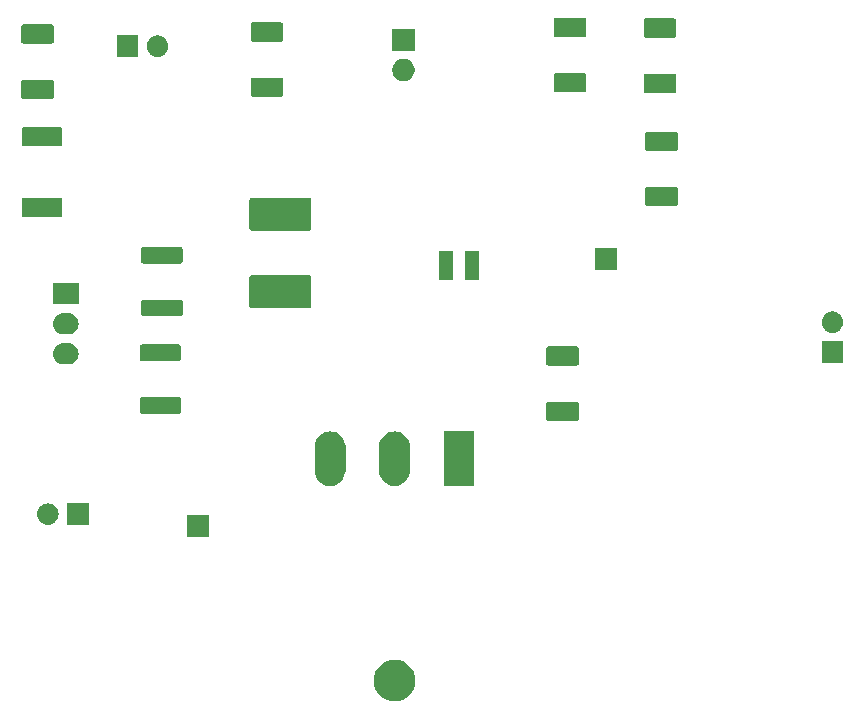
<source format=gbr>
G04 #@! TF.GenerationSoftware,KiCad,Pcbnew,(5.0.1-3-g963ef8bb5)*
G04 #@! TF.CreationDate,2019-04-17T19:13:41-07:00*
G04 #@! TF.ProjectId,wireless_proj,776972656C6573735F70726F6A2E6B69,rev?*
G04 #@! TF.SameCoordinates,Original*
G04 #@! TF.FileFunction,Soldermask,Top*
G04 #@! TF.FilePolarity,Negative*
%FSLAX46Y46*%
G04 Gerber Fmt 4.6, Leading zero omitted, Abs format (unit mm)*
G04 Created by KiCad (PCBNEW (5.0.1-3-g963ef8bb5)) date 2019 April 17, Wednesday 19:13:41*
%MOMM*%
%LPD*%
G01*
G04 APERTURE LIST*
%ADD10C,0.100000*%
G04 APERTURE END LIST*
D10*
G36*
X133323252Y-120833335D02*
X133323255Y-120833336D01*
X133323256Y-120833336D01*
X133653321Y-120933460D01*
X133957510Y-121096052D01*
X134224135Y-121314865D01*
X134442948Y-121581490D01*
X134594317Y-121864682D01*
X134605539Y-121885677D01*
X134705665Y-122215748D01*
X134739472Y-122559000D01*
X134705665Y-122902252D01*
X134705664Y-122902255D01*
X134705664Y-122902256D01*
X134605540Y-123232321D01*
X134442948Y-123536510D01*
X134224135Y-123803135D01*
X133957510Y-124021948D01*
X133653321Y-124184540D01*
X133323256Y-124284664D01*
X133323255Y-124284664D01*
X133323252Y-124284665D01*
X133066021Y-124310000D01*
X132893979Y-124310000D01*
X132636748Y-124284665D01*
X132636745Y-124284664D01*
X132636744Y-124284664D01*
X132306679Y-124184540D01*
X132002490Y-124021948D01*
X131735865Y-123803135D01*
X131517052Y-123536510D01*
X131354460Y-123232321D01*
X131254336Y-122902256D01*
X131254336Y-122902255D01*
X131254335Y-122902252D01*
X131220528Y-122559000D01*
X131254335Y-122215748D01*
X131354461Y-121885677D01*
X131365683Y-121864682D01*
X131517052Y-121581490D01*
X131735865Y-121314865D01*
X132002490Y-121096052D01*
X132306679Y-120933460D01*
X132636744Y-120833336D01*
X132636745Y-120833336D01*
X132636748Y-120833335D01*
X132893979Y-120808000D01*
X133066021Y-120808000D01*
X133323252Y-120833335D01*
X133323252Y-120833335D01*
G37*
G36*
X117233000Y-110375000D02*
X115431000Y-110375000D01*
X115431000Y-108573000D01*
X117233000Y-108573000D01*
X117233000Y-110375000D01*
X117233000Y-110375000D01*
G37*
G36*
X107073000Y-109359000D02*
X105271000Y-109359000D01*
X105271000Y-107557000D01*
X107073000Y-107557000D01*
X107073000Y-109359000D01*
X107073000Y-109359000D01*
G37*
G36*
X103742443Y-107563519D02*
X103808627Y-107570037D01*
X103921853Y-107604384D01*
X103978467Y-107621557D01*
X104117087Y-107695652D01*
X104134991Y-107705222D01*
X104170729Y-107734552D01*
X104272186Y-107817814D01*
X104355448Y-107919271D01*
X104384778Y-107955009D01*
X104384779Y-107955011D01*
X104468443Y-108111533D01*
X104468443Y-108111534D01*
X104519963Y-108281373D01*
X104537359Y-108458000D01*
X104519963Y-108634627D01*
X104485616Y-108747853D01*
X104468443Y-108804467D01*
X104394348Y-108943087D01*
X104384778Y-108960991D01*
X104355448Y-108996729D01*
X104272186Y-109098186D01*
X104170729Y-109181448D01*
X104134991Y-109210778D01*
X104134989Y-109210779D01*
X103978467Y-109294443D01*
X103921853Y-109311616D01*
X103808627Y-109345963D01*
X103742443Y-109352481D01*
X103676260Y-109359000D01*
X103587740Y-109359000D01*
X103521557Y-109352481D01*
X103455373Y-109345963D01*
X103342147Y-109311616D01*
X103285533Y-109294443D01*
X103129011Y-109210779D01*
X103129009Y-109210778D01*
X103093271Y-109181448D01*
X102991814Y-109098186D01*
X102908552Y-108996729D01*
X102879222Y-108960991D01*
X102869652Y-108943087D01*
X102795557Y-108804467D01*
X102778384Y-108747853D01*
X102744037Y-108634627D01*
X102726641Y-108458000D01*
X102744037Y-108281373D01*
X102795557Y-108111534D01*
X102795557Y-108111533D01*
X102879221Y-107955011D01*
X102879222Y-107955009D01*
X102908552Y-107919271D01*
X102991814Y-107817814D01*
X103093271Y-107734552D01*
X103129009Y-107705222D01*
X103146913Y-107695652D01*
X103285533Y-107621557D01*
X103342147Y-107604384D01*
X103455373Y-107570037D01*
X103521557Y-107563519D01*
X103587740Y-107557000D01*
X103676260Y-107557000D01*
X103742443Y-107563519D01*
X103742443Y-107563519D01*
G37*
G36*
X127785040Y-101476825D02*
X128030280Y-101551218D01*
X128030282Y-101551219D01*
X128256296Y-101672026D01*
X128454397Y-101834603D01*
X128616974Y-102032704D01*
X128616975Y-102032706D01*
X128737782Y-102258720D01*
X128812175Y-102503960D01*
X128831000Y-102695095D01*
X128831000Y-104822905D01*
X128812175Y-105014040D01*
X128737782Y-105259280D01*
X128616976Y-105485293D01*
X128616974Y-105485295D01*
X128454396Y-105683397D01*
X128256295Y-105845974D01*
X128256293Y-105845975D01*
X128030279Y-105966782D01*
X127785039Y-106041175D01*
X127530000Y-106066294D01*
X127274960Y-106041175D01*
X127029720Y-105966782D01*
X126803706Y-105845975D01*
X126768182Y-105816821D01*
X126605603Y-105683396D01*
X126443026Y-105485295D01*
X126322219Y-105259281D01*
X126322218Y-105259279D01*
X126247825Y-105014039D01*
X126229000Y-104822904D01*
X126229001Y-102695095D01*
X126247826Y-102503960D01*
X126322219Y-102258720D01*
X126443026Y-102032706D01*
X126443027Y-102032704D01*
X126605604Y-101834603D01*
X126803705Y-101672026D01*
X127029719Y-101551219D01*
X127029721Y-101551218D01*
X127274961Y-101476825D01*
X127530000Y-101451706D01*
X127785040Y-101476825D01*
X127785040Y-101476825D01*
G37*
G36*
X133235040Y-101476825D02*
X133480280Y-101551218D01*
X133480282Y-101551219D01*
X133706296Y-101672026D01*
X133904397Y-101834603D01*
X134066974Y-102032704D01*
X134066975Y-102032706D01*
X134187782Y-102258720D01*
X134262175Y-102503960D01*
X134281000Y-102695095D01*
X134281000Y-104822905D01*
X134262175Y-105014040D01*
X134187782Y-105259280D01*
X134066976Y-105485293D01*
X134066974Y-105485295D01*
X133904396Y-105683397D01*
X133706295Y-105845974D01*
X133706293Y-105845975D01*
X133480279Y-105966782D01*
X133235039Y-106041175D01*
X132980000Y-106066294D01*
X132724960Y-106041175D01*
X132479720Y-105966782D01*
X132253706Y-105845975D01*
X132218182Y-105816821D01*
X132055603Y-105683396D01*
X131893026Y-105485295D01*
X131772219Y-105259281D01*
X131772218Y-105259279D01*
X131697825Y-105014039D01*
X131679000Y-104822904D01*
X131679001Y-102695095D01*
X131697826Y-102503960D01*
X131772219Y-102258720D01*
X131893026Y-102032706D01*
X131893027Y-102032704D01*
X132055604Y-101834603D01*
X132253705Y-101672026D01*
X132479719Y-101551219D01*
X132479721Y-101551218D01*
X132724961Y-101476825D01*
X132980000Y-101451706D01*
X133235040Y-101476825D01*
X133235040Y-101476825D01*
G37*
G36*
X139731000Y-106060000D02*
X137129000Y-106060000D01*
X137129000Y-101458000D01*
X139731000Y-101458000D01*
X139731000Y-106060000D01*
X139731000Y-106060000D01*
G37*
G36*
X148421821Y-98937103D02*
X148455982Y-98947466D01*
X148487464Y-98964293D01*
X148515060Y-98986940D01*
X148537707Y-99014536D01*
X148554534Y-99046018D01*
X148564897Y-99080179D01*
X148569000Y-99121842D01*
X148569000Y-100371158D01*
X148564897Y-100412821D01*
X148554534Y-100446982D01*
X148537707Y-100478464D01*
X148515060Y-100506060D01*
X148487464Y-100528707D01*
X148455982Y-100545534D01*
X148421821Y-100555897D01*
X148380158Y-100560000D01*
X146005842Y-100560000D01*
X145964179Y-100555897D01*
X145930018Y-100545534D01*
X145898536Y-100528707D01*
X145870940Y-100506060D01*
X145848293Y-100478464D01*
X145831466Y-100446982D01*
X145821103Y-100412821D01*
X145817000Y-100371158D01*
X145817000Y-99121842D01*
X145821103Y-99080179D01*
X145831466Y-99046018D01*
X145848293Y-99014536D01*
X145870940Y-98986940D01*
X145898536Y-98964293D01*
X145930018Y-98947466D01*
X145964179Y-98937103D01*
X146005842Y-98933000D01*
X148380158Y-98933000D01*
X148421821Y-98937103D01*
X148421821Y-98937103D01*
G37*
G36*
X114752782Y-98556295D02*
X114788815Y-98567226D01*
X114822028Y-98584979D01*
X114851134Y-98608866D01*
X114875021Y-98637972D01*
X114892774Y-98671185D01*
X114903705Y-98707218D01*
X114908000Y-98750830D01*
X114908000Y-99755170D01*
X114903705Y-99798782D01*
X114892774Y-99834815D01*
X114875021Y-99868028D01*
X114851134Y-99897134D01*
X114822028Y-99921021D01*
X114788815Y-99938774D01*
X114752782Y-99949705D01*
X114709170Y-99954000D01*
X111604830Y-99954000D01*
X111561218Y-99949705D01*
X111525185Y-99938774D01*
X111491972Y-99921021D01*
X111462866Y-99897134D01*
X111438979Y-99868028D01*
X111421226Y-99834815D01*
X111410295Y-99798782D01*
X111406000Y-99755170D01*
X111406000Y-98750830D01*
X111410295Y-98707218D01*
X111421226Y-98671185D01*
X111438979Y-98637972D01*
X111462866Y-98608866D01*
X111491972Y-98584979D01*
X111525185Y-98567226D01*
X111561218Y-98556295D01*
X111604830Y-98552000D01*
X114709170Y-98552000D01*
X114752782Y-98556295D01*
X114752782Y-98556295D01*
G37*
G36*
X148421821Y-94262103D02*
X148455982Y-94272466D01*
X148487464Y-94289293D01*
X148515060Y-94311940D01*
X148537707Y-94339536D01*
X148554534Y-94371018D01*
X148564897Y-94405179D01*
X148569000Y-94446842D01*
X148569000Y-95696158D01*
X148564897Y-95737821D01*
X148554534Y-95771982D01*
X148537707Y-95803464D01*
X148515060Y-95831060D01*
X148487464Y-95853707D01*
X148455982Y-95870534D01*
X148421821Y-95880897D01*
X148380158Y-95885000D01*
X146005842Y-95885000D01*
X145964179Y-95880897D01*
X145930018Y-95870534D01*
X145898536Y-95853707D01*
X145870940Y-95831060D01*
X145848293Y-95803464D01*
X145831466Y-95771982D01*
X145821103Y-95737821D01*
X145817000Y-95696158D01*
X145817000Y-94446842D01*
X145821103Y-94405179D01*
X145831466Y-94371018D01*
X145848293Y-94339536D01*
X145870940Y-94311940D01*
X145898536Y-94289293D01*
X145930018Y-94272466D01*
X145964179Y-94262103D01*
X146005842Y-94258000D01*
X148380158Y-94258000D01*
X148421821Y-94262103D01*
X148421821Y-94262103D01*
G37*
G36*
X105451925Y-93962940D02*
X105485569Y-93966254D01*
X105571900Y-93992443D01*
X105658234Y-94018632D01*
X105817365Y-94103689D01*
X105956844Y-94218156D01*
X106071311Y-94357635D01*
X106156368Y-94516766D01*
X106182557Y-94603100D01*
X106208746Y-94689431D01*
X106208746Y-94689433D01*
X106226432Y-94869000D01*
X106211656Y-95019018D01*
X106208746Y-95048569D01*
X106182557Y-95134901D01*
X106156368Y-95221234D01*
X106071311Y-95380365D01*
X105956844Y-95519844D01*
X105817365Y-95634311D01*
X105658234Y-95719368D01*
X105571901Y-95745557D01*
X105485569Y-95771746D01*
X105451925Y-95775059D01*
X105350998Y-95785000D01*
X104961002Y-95785000D01*
X104860075Y-95775059D01*
X104826431Y-95771746D01*
X104740099Y-95745557D01*
X104653766Y-95719368D01*
X104494635Y-95634311D01*
X104355156Y-95519844D01*
X104240689Y-95380365D01*
X104155632Y-95221234D01*
X104129443Y-95134901D01*
X104103254Y-95048569D01*
X104100344Y-95019018D01*
X104085568Y-94869000D01*
X104103254Y-94689433D01*
X104103254Y-94689431D01*
X104129443Y-94603100D01*
X104155632Y-94516766D01*
X104240689Y-94357635D01*
X104355156Y-94218156D01*
X104494635Y-94103689D01*
X104653766Y-94018632D01*
X104740100Y-93992443D01*
X104826431Y-93966254D01*
X104860075Y-93962940D01*
X104961002Y-93953000D01*
X105350998Y-93953000D01*
X105451925Y-93962940D01*
X105451925Y-93962940D01*
G37*
G36*
X170954000Y-95643000D02*
X169152000Y-95643000D01*
X169152000Y-93841000D01*
X170954000Y-93841000D01*
X170954000Y-95643000D01*
X170954000Y-95643000D01*
G37*
G36*
X114752782Y-94106295D02*
X114788815Y-94117226D01*
X114822028Y-94134979D01*
X114851134Y-94158866D01*
X114875021Y-94187972D01*
X114892774Y-94221185D01*
X114903705Y-94257218D01*
X114908000Y-94300830D01*
X114908000Y-95305170D01*
X114903705Y-95348782D01*
X114892774Y-95384815D01*
X114875021Y-95418028D01*
X114851134Y-95447134D01*
X114822028Y-95471021D01*
X114788815Y-95488774D01*
X114752782Y-95499705D01*
X114709170Y-95504000D01*
X111604830Y-95504000D01*
X111561218Y-95499705D01*
X111525185Y-95488774D01*
X111491972Y-95471021D01*
X111462866Y-95447134D01*
X111438979Y-95418028D01*
X111421226Y-95384815D01*
X111410295Y-95348782D01*
X111406000Y-95305170D01*
X111406000Y-94300830D01*
X111410295Y-94257218D01*
X111421226Y-94221185D01*
X111438979Y-94187972D01*
X111462866Y-94158866D01*
X111491972Y-94134979D01*
X111525185Y-94117226D01*
X111561218Y-94106295D01*
X111604830Y-94102000D01*
X114709170Y-94102000D01*
X114752782Y-94106295D01*
X114752782Y-94106295D01*
G37*
G36*
X105451925Y-91422940D02*
X105485569Y-91426254D01*
X105571901Y-91452443D01*
X105658234Y-91478632D01*
X105817365Y-91563689D01*
X105956844Y-91678156D01*
X106071311Y-91817635D01*
X106156368Y-91976766D01*
X106171113Y-92025373D01*
X106208746Y-92149431D01*
X106208746Y-92149433D01*
X106226432Y-92329000D01*
X106211656Y-92479018D01*
X106208746Y-92508569D01*
X106182557Y-92594900D01*
X106156368Y-92681234D01*
X106071311Y-92840365D01*
X105956844Y-92979844D01*
X105817365Y-93094311D01*
X105658234Y-93179368D01*
X105571901Y-93205557D01*
X105485569Y-93231746D01*
X105451925Y-93235059D01*
X105350998Y-93245000D01*
X104961002Y-93245000D01*
X104860075Y-93235059D01*
X104826431Y-93231746D01*
X104740099Y-93205557D01*
X104653766Y-93179368D01*
X104494635Y-93094311D01*
X104355156Y-92979844D01*
X104240689Y-92840365D01*
X104155632Y-92681234D01*
X104129443Y-92594900D01*
X104103254Y-92508569D01*
X104100344Y-92479018D01*
X104085568Y-92329000D01*
X104103254Y-92149433D01*
X104103254Y-92149431D01*
X104140887Y-92025373D01*
X104155632Y-91976766D01*
X104240689Y-91817635D01*
X104355156Y-91678156D01*
X104494635Y-91563689D01*
X104653766Y-91478632D01*
X104740099Y-91452443D01*
X104826431Y-91426254D01*
X104860075Y-91422940D01*
X104961002Y-91413000D01*
X105350998Y-91413000D01*
X105451925Y-91422940D01*
X105451925Y-91422940D01*
G37*
G36*
X170163443Y-91307519D02*
X170229627Y-91314037D01*
X170342853Y-91348384D01*
X170399467Y-91365557D01*
X170488225Y-91413000D01*
X170555991Y-91449222D01*
X170591729Y-91478552D01*
X170693186Y-91561814D01*
X170776448Y-91663271D01*
X170805778Y-91699009D01*
X170805779Y-91699011D01*
X170889443Y-91855533D01*
X170889443Y-91855534D01*
X170940963Y-92025373D01*
X170958359Y-92202000D01*
X170940963Y-92378627D01*
X170906616Y-92491853D01*
X170889443Y-92548467D01*
X170815348Y-92687087D01*
X170805778Y-92704991D01*
X170776448Y-92740729D01*
X170693186Y-92842186D01*
X170591729Y-92925448D01*
X170555991Y-92954778D01*
X170555989Y-92954779D01*
X170399467Y-93038443D01*
X170342853Y-93055616D01*
X170229627Y-93089963D01*
X170185480Y-93094311D01*
X170097260Y-93103000D01*
X170008740Y-93103000D01*
X169920520Y-93094311D01*
X169876373Y-93089963D01*
X169763147Y-93055616D01*
X169706533Y-93038443D01*
X169550011Y-92954779D01*
X169550009Y-92954778D01*
X169514271Y-92925448D01*
X169412814Y-92842186D01*
X169329552Y-92740729D01*
X169300222Y-92704991D01*
X169290652Y-92687087D01*
X169216557Y-92548467D01*
X169199384Y-92491853D01*
X169165037Y-92378627D01*
X169147641Y-92202000D01*
X169165037Y-92025373D01*
X169216557Y-91855534D01*
X169216557Y-91855533D01*
X169300221Y-91699011D01*
X169300222Y-91699009D01*
X169329552Y-91663271D01*
X169412814Y-91561814D01*
X169514271Y-91478552D01*
X169550009Y-91449222D01*
X169617775Y-91413000D01*
X169706533Y-91365557D01*
X169763147Y-91348384D01*
X169876373Y-91314037D01*
X169942557Y-91307519D01*
X170008740Y-91301000D01*
X170097260Y-91301000D01*
X170163443Y-91307519D01*
X170163443Y-91307519D01*
G37*
G36*
X114879782Y-90301295D02*
X114915815Y-90312226D01*
X114949028Y-90329979D01*
X114978134Y-90353866D01*
X115002021Y-90382972D01*
X115019774Y-90416185D01*
X115030705Y-90452218D01*
X115035000Y-90495830D01*
X115035000Y-91500170D01*
X115030705Y-91543782D01*
X115019774Y-91579815D01*
X115002021Y-91613028D01*
X114978134Y-91642134D01*
X114949028Y-91666021D01*
X114915815Y-91683774D01*
X114879782Y-91694705D01*
X114836170Y-91699000D01*
X111731830Y-91699000D01*
X111688218Y-91694705D01*
X111652185Y-91683774D01*
X111618972Y-91666021D01*
X111589866Y-91642134D01*
X111565979Y-91613028D01*
X111548226Y-91579815D01*
X111537295Y-91543782D01*
X111533000Y-91500170D01*
X111533000Y-90495830D01*
X111537295Y-90452218D01*
X111548226Y-90416185D01*
X111565979Y-90382972D01*
X111589866Y-90353866D01*
X111618972Y-90329979D01*
X111652185Y-90312226D01*
X111688218Y-90301295D01*
X111731830Y-90297000D01*
X114836170Y-90297000D01*
X114879782Y-90301295D01*
X114879782Y-90301295D01*
G37*
G36*
X125815537Y-88262633D02*
X125845108Y-88271603D01*
X125872352Y-88286165D01*
X125896234Y-88305766D01*
X125915835Y-88329648D01*
X125930397Y-88356892D01*
X125939367Y-88386463D01*
X125943000Y-88423349D01*
X125943000Y-90846651D01*
X125939367Y-90883537D01*
X125930397Y-90913108D01*
X125915835Y-90940352D01*
X125896234Y-90964234D01*
X125872352Y-90983835D01*
X125845108Y-90998397D01*
X125815537Y-91007367D01*
X125778651Y-91011000D01*
X120855349Y-91011000D01*
X120818463Y-91007367D01*
X120788892Y-90998397D01*
X120761648Y-90983835D01*
X120737766Y-90964234D01*
X120718165Y-90940352D01*
X120703603Y-90913108D01*
X120694633Y-90883537D01*
X120691000Y-90846651D01*
X120691000Y-88423349D01*
X120694633Y-88386463D01*
X120703603Y-88356892D01*
X120718165Y-88329648D01*
X120737766Y-88305766D01*
X120761648Y-88286165D01*
X120788892Y-88271603D01*
X120818463Y-88262633D01*
X120855349Y-88259000D01*
X125778651Y-88259000D01*
X125815537Y-88262633D01*
X125815537Y-88262633D01*
G37*
G36*
X106222000Y-90705000D02*
X104090000Y-90705000D01*
X104090000Y-88873000D01*
X106222000Y-88873000D01*
X106222000Y-90705000D01*
X106222000Y-90705000D01*
G37*
G36*
X137911000Y-88607000D02*
X136749000Y-88607000D01*
X136749000Y-86145000D01*
X137911000Y-86145000D01*
X137911000Y-88607000D01*
X137911000Y-88607000D01*
G37*
G36*
X140111000Y-88607000D02*
X138949000Y-88607000D01*
X138949000Y-86145000D01*
X140111000Y-86145000D01*
X140111000Y-88607000D01*
X140111000Y-88607000D01*
G37*
G36*
X151777000Y-87769000D02*
X149975000Y-87769000D01*
X149975000Y-85967000D01*
X151777000Y-85967000D01*
X151777000Y-87769000D01*
X151777000Y-87769000D01*
G37*
G36*
X114879782Y-85851295D02*
X114915815Y-85862226D01*
X114949028Y-85879979D01*
X114978134Y-85903866D01*
X115002021Y-85932972D01*
X115019774Y-85966185D01*
X115030705Y-86002218D01*
X115035000Y-86045830D01*
X115035000Y-87050170D01*
X115030705Y-87093782D01*
X115019774Y-87129815D01*
X115002021Y-87163028D01*
X114978134Y-87192134D01*
X114949028Y-87216021D01*
X114915815Y-87233774D01*
X114879782Y-87244705D01*
X114836170Y-87249000D01*
X111731830Y-87249000D01*
X111688218Y-87244705D01*
X111652185Y-87233774D01*
X111618972Y-87216021D01*
X111589866Y-87192134D01*
X111565979Y-87163028D01*
X111548226Y-87129815D01*
X111537295Y-87093782D01*
X111533000Y-87050170D01*
X111533000Y-86045830D01*
X111537295Y-86002218D01*
X111548226Y-85966185D01*
X111565979Y-85932972D01*
X111589866Y-85903866D01*
X111618972Y-85879979D01*
X111652185Y-85862226D01*
X111688218Y-85851295D01*
X111731830Y-85847000D01*
X114836170Y-85847000D01*
X114879782Y-85851295D01*
X114879782Y-85851295D01*
G37*
G36*
X125815537Y-81712633D02*
X125845108Y-81721603D01*
X125872352Y-81736165D01*
X125896234Y-81755766D01*
X125915835Y-81779648D01*
X125930397Y-81806892D01*
X125939367Y-81836463D01*
X125943000Y-81873349D01*
X125943000Y-84296651D01*
X125939367Y-84333537D01*
X125930397Y-84363108D01*
X125915835Y-84390352D01*
X125896234Y-84414234D01*
X125872352Y-84433835D01*
X125845108Y-84448397D01*
X125815537Y-84457367D01*
X125778651Y-84461000D01*
X120855349Y-84461000D01*
X120818463Y-84457367D01*
X120788892Y-84448397D01*
X120761648Y-84433835D01*
X120737766Y-84414234D01*
X120718165Y-84390352D01*
X120703603Y-84363108D01*
X120694633Y-84333537D01*
X120691000Y-84296651D01*
X120691000Y-81873349D01*
X120694633Y-81836463D01*
X120703603Y-81806892D01*
X120718165Y-81779648D01*
X120737766Y-81755766D01*
X120761648Y-81736165D01*
X120788892Y-81721603D01*
X120818463Y-81712633D01*
X120855349Y-81709000D01*
X125778651Y-81709000D01*
X125815537Y-81712633D01*
X125815537Y-81712633D01*
G37*
G36*
X104702821Y-81680103D02*
X104736982Y-81690466D01*
X104768464Y-81707293D01*
X104796060Y-81729940D01*
X104818707Y-81757536D01*
X104835534Y-81789018D01*
X104845897Y-81823179D01*
X104850000Y-81864842D01*
X104850000Y-83114158D01*
X104845897Y-83155821D01*
X104835534Y-83189982D01*
X104818707Y-83221464D01*
X104796060Y-83249060D01*
X104768464Y-83271707D01*
X104736982Y-83288534D01*
X104702821Y-83298897D01*
X104661158Y-83303000D01*
X101586842Y-83303000D01*
X101545179Y-83298897D01*
X101511018Y-83288534D01*
X101479536Y-83271707D01*
X101451940Y-83249060D01*
X101429293Y-83221464D01*
X101412466Y-83189982D01*
X101402103Y-83155821D01*
X101398000Y-83114158D01*
X101398000Y-81864842D01*
X101402103Y-81823179D01*
X101412466Y-81789018D01*
X101429293Y-81757536D01*
X101451940Y-81729940D01*
X101479536Y-81707293D01*
X101511018Y-81690466D01*
X101545179Y-81680103D01*
X101586842Y-81676000D01*
X104661158Y-81676000D01*
X104702821Y-81680103D01*
X104702821Y-81680103D01*
G37*
G36*
X156803821Y-80776103D02*
X156837982Y-80786466D01*
X156869464Y-80803293D01*
X156897060Y-80825940D01*
X156919707Y-80853536D01*
X156936534Y-80885018D01*
X156946897Y-80919179D01*
X156951000Y-80960842D01*
X156951000Y-82210158D01*
X156946897Y-82251821D01*
X156936534Y-82285982D01*
X156919707Y-82317464D01*
X156897060Y-82345060D01*
X156869464Y-82367707D01*
X156837982Y-82384534D01*
X156803821Y-82394897D01*
X156762158Y-82399000D01*
X154387842Y-82399000D01*
X154346179Y-82394897D01*
X154312018Y-82384534D01*
X154280536Y-82367707D01*
X154252940Y-82345060D01*
X154230293Y-82317464D01*
X154213466Y-82285982D01*
X154203103Y-82251821D01*
X154199000Y-82210158D01*
X154199000Y-80960842D01*
X154203103Y-80919179D01*
X154213466Y-80885018D01*
X154230293Y-80853536D01*
X154252940Y-80825940D01*
X154280536Y-80803293D01*
X154312018Y-80786466D01*
X154346179Y-80776103D01*
X154387842Y-80772000D01*
X156762158Y-80772000D01*
X156803821Y-80776103D01*
X156803821Y-80776103D01*
G37*
G36*
X156803821Y-76101103D02*
X156837982Y-76111466D01*
X156869464Y-76128293D01*
X156897060Y-76150940D01*
X156919707Y-76178536D01*
X156936534Y-76210018D01*
X156946897Y-76244179D01*
X156951000Y-76285842D01*
X156951000Y-77535158D01*
X156946897Y-77576821D01*
X156936534Y-77610982D01*
X156919707Y-77642464D01*
X156897060Y-77670060D01*
X156869464Y-77692707D01*
X156837982Y-77709534D01*
X156803821Y-77719897D01*
X156762158Y-77724000D01*
X154387842Y-77724000D01*
X154346179Y-77719897D01*
X154312018Y-77709534D01*
X154280536Y-77692707D01*
X154252940Y-77670060D01*
X154230293Y-77642464D01*
X154213466Y-77610982D01*
X154203103Y-77576821D01*
X154199000Y-77535158D01*
X154199000Y-76285842D01*
X154203103Y-76244179D01*
X154213466Y-76210018D01*
X154230293Y-76178536D01*
X154252940Y-76150940D01*
X154280536Y-76128293D01*
X154312018Y-76111466D01*
X154346179Y-76101103D01*
X154387842Y-76097000D01*
X156762158Y-76097000D01*
X156803821Y-76101103D01*
X156803821Y-76101103D01*
G37*
G36*
X104702821Y-75705103D02*
X104736982Y-75715466D01*
X104768464Y-75732293D01*
X104796060Y-75754940D01*
X104818707Y-75782536D01*
X104835534Y-75814018D01*
X104845897Y-75848179D01*
X104850000Y-75889842D01*
X104850000Y-77139158D01*
X104845897Y-77180821D01*
X104835534Y-77214982D01*
X104818707Y-77246464D01*
X104796060Y-77274060D01*
X104768464Y-77296707D01*
X104736982Y-77313534D01*
X104702821Y-77323897D01*
X104661158Y-77328000D01*
X101586842Y-77328000D01*
X101545179Y-77323897D01*
X101511018Y-77313534D01*
X101479536Y-77296707D01*
X101451940Y-77274060D01*
X101429293Y-77246464D01*
X101412466Y-77214982D01*
X101402103Y-77180821D01*
X101398000Y-77139158D01*
X101398000Y-75889842D01*
X101402103Y-75848179D01*
X101412466Y-75814018D01*
X101429293Y-75782536D01*
X101451940Y-75754940D01*
X101479536Y-75732293D01*
X101511018Y-75715466D01*
X101545179Y-75705103D01*
X101586842Y-75701000D01*
X104661158Y-75701000D01*
X104702821Y-75705103D01*
X104702821Y-75705103D01*
G37*
G36*
X103971821Y-71683603D02*
X104005982Y-71693966D01*
X104037464Y-71710793D01*
X104065060Y-71733440D01*
X104087707Y-71761036D01*
X104104534Y-71792518D01*
X104114897Y-71826679D01*
X104119000Y-71868342D01*
X104119000Y-73117658D01*
X104114897Y-73159321D01*
X104104534Y-73193482D01*
X104087707Y-73224964D01*
X104065060Y-73252560D01*
X104037464Y-73275207D01*
X104005982Y-73292034D01*
X103971821Y-73302397D01*
X103930158Y-73306500D01*
X101555842Y-73306500D01*
X101514179Y-73302397D01*
X101480018Y-73292034D01*
X101448536Y-73275207D01*
X101420940Y-73252560D01*
X101398293Y-73224964D01*
X101381466Y-73193482D01*
X101371103Y-73159321D01*
X101367000Y-73117658D01*
X101367000Y-71868342D01*
X101371103Y-71826679D01*
X101381466Y-71792518D01*
X101398293Y-71761036D01*
X101420940Y-71733440D01*
X101448536Y-71710793D01*
X101480018Y-71693966D01*
X101514179Y-71683603D01*
X101555842Y-71679500D01*
X103930158Y-71679500D01*
X103971821Y-71683603D01*
X103971821Y-71683603D01*
G37*
G36*
X123402821Y-71505103D02*
X123436982Y-71515466D01*
X123468464Y-71532293D01*
X123496060Y-71554940D01*
X123518707Y-71582536D01*
X123535534Y-71614018D01*
X123545897Y-71648179D01*
X123550000Y-71689842D01*
X123550000Y-72939158D01*
X123545897Y-72980821D01*
X123535534Y-73014982D01*
X123518707Y-73046464D01*
X123496060Y-73074060D01*
X123468464Y-73096707D01*
X123436982Y-73113534D01*
X123402821Y-73123897D01*
X123361158Y-73128000D01*
X120986842Y-73128000D01*
X120945179Y-73123897D01*
X120911018Y-73113534D01*
X120879536Y-73096707D01*
X120851940Y-73074060D01*
X120829293Y-73046464D01*
X120812466Y-73014982D01*
X120802103Y-72980821D01*
X120798000Y-72939158D01*
X120798000Y-71689842D01*
X120802103Y-71648179D01*
X120812466Y-71614018D01*
X120829293Y-71582536D01*
X120851940Y-71554940D01*
X120879536Y-71532293D01*
X120911018Y-71515466D01*
X120945179Y-71505103D01*
X120986842Y-71501000D01*
X123361158Y-71501000D01*
X123402821Y-71505103D01*
X123402821Y-71505103D01*
G37*
G36*
X156676821Y-71175603D02*
X156710982Y-71185966D01*
X156742464Y-71202793D01*
X156770060Y-71225440D01*
X156792707Y-71253036D01*
X156809534Y-71284518D01*
X156819897Y-71318679D01*
X156824000Y-71360342D01*
X156824000Y-72609658D01*
X156819897Y-72651321D01*
X156809534Y-72685482D01*
X156792707Y-72716964D01*
X156770060Y-72744560D01*
X156742464Y-72767207D01*
X156710982Y-72784034D01*
X156676821Y-72794397D01*
X156635158Y-72798500D01*
X154260842Y-72798500D01*
X154219179Y-72794397D01*
X154185018Y-72784034D01*
X154153536Y-72767207D01*
X154125940Y-72744560D01*
X154103293Y-72716964D01*
X154086466Y-72685482D01*
X154076103Y-72651321D01*
X154072000Y-72609658D01*
X154072000Y-71360342D01*
X154076103Y-71318679D01*
X154086466Y-71284518D01*
X154103293Y-71253036D01*
X154125940Y-71225440D01*
X154153536Y-71202793D01*
X154185018Y-71185966D01*
X154219179Y-71175603D01*
X154260842Y-71171500D01*
X156635158Y-71171500D01*
X156676821Y-71175603D01*
X156676821Y-71175603D01*
G37*
G36*
X149056821Y-71124103D02*
X149090982Y-71134466D01*
X149122464Y-71151293D01*
X149150060Y-71173940D01*
X149172707Y-71201536D01*
X149189534Y-71233018D01*
X149199897Y-71267179D01*
X149204000Y-71308842D01*
X149204000Y-72558158D01*
X149199897Y-72599821D01*
X149189534Y-72633982D01*
X149172707Y-72665464D01*
X149150060Y-72693060D01*
X149122464Y-72715707D01*
X149090982Y-72732534D01*
X149056821Y-72742897D01*
X149015158Y-72747000D01*
X146640842Y-72747000D01*
X146599179Y-72742897D01*
X146565018Y-72732534D01*
X146533536Y-72715707D01*
X146505940Y-72693060D01*
X146483293Y-72665464D01*
X146466466Y-72633982D01*
X146456103Y-72599821D01*
X146452000Y-72558158D01*
X146452000Y-71308842D01*
X146456103Y-71267179D01*
X146466466Y-71233018D01*
X146483293Y-71201536D01*
X146505940Y-71173940D01*
X146533536Y-71151293D01*
X146565018Y-71134466D01*
X146599179Y-71124103D01*
X146640842Y-71120000D01*
X149015158Y-71120000D01*
X149056821Y-71124103D01*
X149056821Y-71124103D01*
G37*
G36*
X134008396Y-69951546D02*
X134181466Y-70023234D01*
X134337230Y-70127312D01*
X134469688Y-70259770D01*
X134573766Y-70415534D01*
X134645454Y-70588604D01*
X134682000Y-70772333D01*
X134682000Y-70959667D01*
X134645454Y-71143396D01*
X134573766Y-71316466D01*
X134469688Y-71472230D01*
X134337230Y-71604688D01*
X134181466Y-71708766D01*
X134008396Y-71780454D01*
X133824667Y-71817000D01*
X133637333Y-71817000D01*
X133453604Y-71780454D01*
X133280534Y-71708766D01*
X133124770Y-71604688D01*
X132992312Y-71472230D01*
X132888234Y-71316466D01*
X132816546Y-71143396D01*
X132780000Y-70959667D01*
X132780000Y-70772333D01*
X132816546Y-70588604D01*
X132888234Y-70415534D01*
X132992312Y-70259770D01*
X133124770Y-70127312D01*
X133280534Y-70023234D01*
X133453604Y-69951546D01*
X133637333Y-69915000D01*
X133824667Y-69915000D01*
X134008396Y-69951546D01*
X134008396Y-69951546D01*
G37*
G36*
X111264000Y-69735000D02*
X109462000Y-69735000D01*
X109462000Y-67933000D01*
X111264000Y-67933000D01*
X111264000Y-69735000D01*
X111264000Y-69735000D01*
G37*
G36*
X113013442Y-67939518D02*
X113079627Y-67946037D01*
X113179460Y-67976321D01*
X113249467Y-67997557D01*
X113332545Y-68041964D01*
X113405991Y-68081222D01*
X113419376Y-68092207D01*
X113543186Y-68193814D01*
X113620768Y-68288349D01*
X113655778Y-68331009D01*
X113655779Y-68331011D01*
X113739443Y-68487533D01*
X113748831Y-68518482D01*
X113790963Y-68657373D01*
X113808359Y-68834000D01*
X113790963Y-69010627D01*
X113756616Y-69123853D01*
X113739443Y-69180467D01*
X113687844Y-69277000D01*
X113655778Y-69336991D01*
X113626448Y-69372729D01*
X113543186Y-69474186D01*
X113441729Y-69557448D01*
X113405991Y-69586778D01*
X113405989Y-69586779D01*
X113249467Y-69670443D01*
X113192853Y-69687616D01*
X113079627Y-69721963D01*
X113013443Y-69728481D01*
X112947260Y-69735000D01*
X112858740Y-69735000D01*
X112792557Y-69728481D01*
X112726373Y-69721963D01*
X112613147Y-69687616D01*
X112556533Y-69670443D01*
X112400011Y-69586779D01*
X112400009Y-69586778D01*
X112364271Y-69557448D01*
X112262814Y-69474186D01*
X112179552Y-69372729D01*
X112150222Y-69336991D01*
X112118156Y-69277000D01*
X112066557Y-69180467D01*
X112049384Y-69123853D01*
X112015037Y-69010627D01*
X111997641Y-68834000D01*
X112015037Y-68657373D01*
X112057169Y-68518482D01*
X112066557Y-68487533D01*
X112150221Y-68331011D01*
X112150222Y-68331009D01*
X112185232Y-68288349D01*
X112262814Y-68193814D01*
X112386624Y-68092207D01*
X112400009Y-68081222D01*
X112473455Y-68041964D01*
X112556533Y-67997557D01*
X112626540Y-67976321D01*
X112726373Y-67946037D01*
X112792558Y-67939518D01*
X112858740Y-67933000D01*
X112947260Y-67933000D01*
X113013442Y-67939518D01*
X113013442Y-67939518D01*
G37*
G36*
X134682000Y-69277000D02*
X132780000Y-69277000D01*
X132780000Y-67375000D01*
X134682000Y-67375000D01*
X134682000Y-69277000D01*
X134682000Y-69277000D01*
G37*
G36*
X103971821Y-67008603D02*
X104005982Y-67018966D01*
X104037464Y-67035793D01*
X104065060Y-67058440D01*
X104087707Y-67086036D01*
X104104534Y-67117518D01*
X104114897Y-67151679D01*
X104119000Y-67193342D01*
X104119000Y-68442658D01*
X104114897Y-68484321D01*
X104104534Y-68518482D01*
X104087707Y-68549964D01*
X104065060Y-68577560D01*
X104037464Y-68600207D01*
X104005982Y-68617034D01*
X103971821Y-68627397D01*
X103930158Y-68631500D01*
X101555842Y-68631500D01*
X101514179Y-68627397D01*
X101480018Y-68617034D01*
X101448536Y-68600207D01*
X101420940Y-68577560D01*
X101398293Y-68549964D01*
X101381466Y-68518482D01*
X101371103Y-68484321D01*
X101367000Y-68442658D01*
X101367000Y-67193342D01*
X101371103Y-67151679D01*
X101381466Y-67117518D01*
X101398293Y-67086036D01*
X101420940Y-67058440D01*
X101448536Y-67035793D01*
X101480018Y-67018966D01*
X101514179Y-67008603D01*
X101555842Y-67004500D01*
X103930158Y-67004500D01*
X103971821Y-67008603D01*
X103971821Y-67008603D01*
G37*
G36*
X123402821Y-66830103D02*
X123436982Y-66840466D01*
X123468464Y-66857293D01*
X123496060Y-66879940D01*
X123518707Y-66907536D01*
X123535534Y-66939018D01*
X123545897Y-66973179D01*
X123550000Y-67014842D01*
X123550000Y-68264158D01*
X123545897Y-68305821D01*
X123535534Y-68339982D01*
X123518707Y-68371464D01*
X123496060Y-68399060D01*
X123468464Y-68421707D01*
X123436982Y-68438534D01*
X123402821Y-68448897D01*
X123361158Y-68453000D01*
X120986842Y-68453000D01*
X120945179Y-68448897D01*
X120911018Y-68438534D01*
X120879536Y-68421707D01*
X120851940Y-68399060D01*
X120829293Y-68371464D01*
X120812466Y-68339982D01*
X120802103Y-68305821D01*
X120798000Y-68264158D01*
X120798000Y-67014842D01*
X120802103Y-66973179D01*
X120812466Y-66939018D01*
X120829293Y-66907536D01*
X120851940Y-66879940D01*
X120879536Y-66857293D01*
X120911018Y-66840466D01*
X120945179Y-66830103D01*
X120986842Y-66826000D01*
X123361158Y-66826000D01*
X123402821Y-66830103D01*
X123402821Y-66830103D01*
G37*
G36*
X156676821Y-66500603D02*
X156710982Y-66510966D01*
X156742464Y-66527793D01*
X156770060Y-66550440D01*
X156792707Y-66578036D01*
X156809534Y-66609518D01*
X156819897Y-66643679D01*
X156824000Y-66685342D01*
X156824000Y-67934658D01*
X156819897Y-67976321D01*
X156809534Y-68010482D01*
X156792707Y-68041964D01*
X156770060Y-68069560D01*
X156742464Y-68092207D01*
X156710982Y-68109034D01*
X156676821Y-68119397D01*
X156635158Y-68123500D01*
X154260842Y-68123500D01*
X154219179Y-68119397D01*
X154185018Y-68109034D01*
X154153536Y-68092207D01*
X154125940Y-68069560D01*
X154103293Y-68041964D01*
X154086466Y-68010482D01*
X154076103Y-67976321D01*
X154072000Y-67934658D01*
X154072000Y-66685342D01*
X154076103Y-66643679D01*
X154086466Y-66609518D01*
X154103293Y-66578036D01*
X154125940Y-66550440D01*
X154153536Y-66527793D01*
X154185018Y-66510966D01*
X154219179Y-66500603D01*
X154260842Y-66496500D01*
X156635158Y-66496500D01*
X156676821Y-66500603D01*
X156676821Y-66500603D01*
G37*
G36*
X149056821Y-66449103D02*
X149090982Y-66459466D01*
X149122464Y-66476293D01*
X149150060Y-66498940D01*
X149172707Y-66526536D01*
X149189534Y-66558018D01*
X149199897Y-66592179D01*
X149204000Y-66633842D01*
X149204000Y-67883158D01*
X149199897Y-67924821D01*
X149189534Y-67958982D01*
X149172707Y-67990464D01*
X149150060Y-68018060D01*
X149122464Y-68040707D01*
X149090982Y-68057534D01*
X149056821Y-68067897D01*
X149015158Y-68072000D01*
X146640842Y-68072000D01*
X146599179Y-68067897D01*
X146565018Y-68057534D01*
X146533536Y-68040707D01*
X146505940Y-68018060D01*
X146483293Y-67990464D01*
X146466466Y-67958982D01*
X146456103Y-67924821D01*
X146452000Y-67883158D01*
X146452000Y-66633842D01*
X146456103Y-66592179D01*
X146466466Y-66558018D01*
X146483293Y-66526536D01*
X146505940Y-66498940D01*
X146533536Y-66476293D01*
X146565018Y-66459466D01*
X146599179Y-66449103D01*
X146640842Y-66445000D01*
X149015158Y-66445000D01*
X149056821Y-66449103D01*
X149056821Y-66449103D01*
G37*
M02*

</source>
